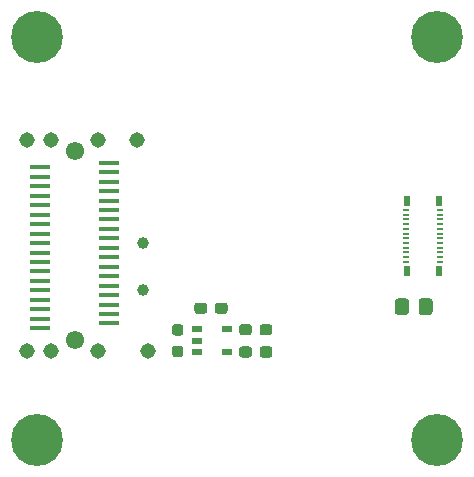
<source format=gbr>
%TF.GenerationSoftware,KiCad,Pcbnew,5.1.10-88a1d61d58~88~ubuntu18.04.1*%
%TF.CreationDate,2022-05-06T23:41:45+07:00*%
%TF.ProjectId,MX8Mx_EVK_MIPI_CSI-TSC_HM5065-ADAPTER,4d58384d-785f-4455-964b-5f4d4950495f,rev?*%
%TF.SameCoordinates,Original*%
%TF.FileFunction,Soldermask,Top*%
%TF.FilePolarity,Negative*%
%FSLAX46Y46*%
G04 Gerber Fmt 4.6, Leading zero omitted, Abs format (unit mm)*
G04 Created by KiCad (PCBNEW 5.1.10-88a1d61d58~88~ubuntu18.04.1) date 2022-05-06 23:41:45*
%MOMM*%
%LPD*%
G01*
G04 APERTURE LIST*
%ADD10R,0.550000X0.920000*%
%ADD11R,0.470000X0.230000*%
%ADD12R,0.952500X0.508000*%
%ADD13C,1.550000*%
%ADD14R,1.800000X0.350000*%
%ADD15C,1.308000*%
%ADD16C,1.000000*%
%ADD17C,4.400000*%
G04 APERTURE END LIST*
D10*
%TO.C,J2*%
X137004200Y-93036600D03*
X139754200Y-93036600D03*
X139754200Y-98936600D03*
X137004200Y-98936600D03*
D11*
X136974200Y-93786600D03*
X139784200Y-93786600D03*
X136974200Y-94186600D03*
X139784200Y-94186600D03*
X136974200Y-94586600D03*
X139784200Y-94586600D03*
X136974200Y-94986600D03*
X139784200Y-94986600D03*
X136974200Y-95386600D03*
X139784200Y-95386600D03*
X136974200Y-95786600D03*
X139784200Y-95786600D03*
X136974200Y-96186600D03*
X139784200Y-96186600D03*
X136974200Y-96586600D03*
X139784200Y-96586600D03*
X136974200Y-96986600D03*
X139784200Y-96986600D03*
X136974200Y-97386600D03*
X139784200Y-97386600D03*
X136974200Y-97786600D03*
X139784200Y-97786600D03*
X136974200Y-98186600D03*
X139784200Y-98186600D03*
%TD*%
D12*
%TO.C,U1*%
X121748550Y-103901199D03*
X121748550Y-105801201D03*
X119195850Y-105801201D03*
X119195850Y-104851200D03*
X119195850Y-103901199D03*
%TD*%
%TO.C,R2*%
G36*
G01*
X137991800Y-102431001D02*
X137991800Y-101530999D01*
G75*
G02*
X138241799Y-101281000I249999J0D01*
G01*
X138941801Y-101281000D01*
G75*
G02*
X139191800Y-101530999I0J-249999D01*
G01*
X139191800Y-102431001D01*
G75*
G02*
X138941801Y-102681000I-249999J0D01*
G01*
X138241799Y-102681000D01*
G75*
G02*
X137991800Y-102431001I0J249999D01*
G01*
G37*
G36*
G01*
X135991800Y-102431001D02*
X135991800Y-101530999D01*
G75*
G02*
X136241799Y-101281000I249999J0D01*
G01*
X136941801Y-101281000D01*
G75*
G02*
X137191800Y-101530999I0J-249999D01*
G01*
X137191800Y-102431001D01*
G75*
G02*
X136941801Y-102681000I-249999J0D01*
G01*
X136241799Y-102681000D01*
G75*
G02*
X135991800Y-102431001I0J249999D01*
G01*
G37*
%TD*%
%TO.C,R1*%
G36*
G01*
X117364500Y-105278100D02*
X117839500Y-105278100D01*
G75*
G02*
X118077000Y-105515600I0J-237500D01*
G01*
X118077000Y-106015600D01*
G75*
G02*
X117839500Y-106253100I-237500J0D01*
G01*
X117364500Y-106253100D01*
G75*
G02*
X117127000Y-106015600I0J237500D01*
G01*
X117127000Y-105515600D01*
G75*
G02*
X117364500Y-105278100I237500J0D01*
G01*
G37*
G36*
G01*
X117364500Y-103453100D02*
X117839500Y-103453100D01*
G75*
G02*
X118077000Y-103690600I0J-237500D01*
G01*
X118077000Y-104190600D01*
G75*
G02*
X117839500Y-104428100I-237500J0D01*
G01*
X117364500Y-104428100D01*
G75*
G02*
X117127000Y-104190600I0J237500D01*
G01*
X117127000Y-103690600D01*
G75*
G02*
X117364500Y-103453100I237500J0D01*
G01*
G37*
%TD*%
%TO.C,C3*%
G36*
G01*
X124531000Y-104174300D02*
X124531000Y-103699300D01*
G75*
G02*
X124768500Y-103461800I237500J0D01*
G01*
X125368500Y-103461800D01*
G75*
G02*
X125606000Y-103699300I0J-237500D01*
G01*
X125606000Y-104174300D01*
G75*
G02*
X125368500Y-104411800I-237500J0D01*
G01*
X124768500Y-104411800D01*
G75*
G02*
X124531000Y-104174300I0J237500D01*
G01*
G37*
G36*
G01*
X122806000Y-104174300D02*
X122806000Y-103699300D01*
G75*
G02*
X123043500Y-103461800I237500J0D01*
G01*
X123643500Y-103461800D01*
G75*
G02*
X123881000Y-103699300I0J-237500D01*
G01*
X123881000Y-104174300D01*
G75*
G02*
X123643500Y-104411800I-237500J0D01*
G01*
X123043500Y-104411800D01*
G75*
G02*
X122806000Y-104174300I0J237500D01*
G01*
G37*
%TD*%
%TO.C,C2*%
G36*
G01*
X124531000Y-106053900D02*
X124531000Y-105578900D01*
G75*
G02*
X124768500Y-105341400I237500J0D01*
G01*
X125368500Y-105341400D01*
G75*
G02*
X125606000Y-105578900I0J-237500D01*
G01*
X125606000Y-106053900D01*
G75*
G02*
X125368500Y-106291400I-237500J0D01*
G01*
X124768500Y-106291400D01*
G75*
G02*
X124531000Y-106053900I0J237500D01*
G01*
G37*
G36*
G01*
X122806000Y-106053900D02*
X122806000Y-105578900D01*
G75*
G02*
X123043500Y-105341400I237500J0D01*
G01*
X123643500Y-105341400D01*
G75*
G02*
X123881000Y-105578900I0J-237500D01*
G01*
X123881000Y-106053900D01*
G75*
G02*
X123643500Y-106291400I-237500J0D01*
G01*
X123043500Y-106291400D01*
G75*
G02*
X122806000Y-106053900I0J237500D01*
G01*
G37*
%TD*%
%TO.C,C1*%
G36*
G01*
X120747500Y-102345500D02*
X120747500Y-101870500D01*
G75*
G02*
X120985000Y-101633000I237500J0D01*
G01*
X121585000Y-101633000D01*
G75*
G02*
X121822500Y-101870500I0J-237500D01*
G01*
X121822500Y-102345500D01*
G75*
G02*
X121585000Y-102583000I-237500J0D01*
G01*
X120985000Y-102583000D01*
G75*
G02*
X120747500Y-102345500I0J237500D01*
G01*
G37*
G36*
G01*
X119022500Y-102345500D02*
X119022500Y-101870500D01*
G75*
G02*
X119260000Y-101633000I237500J0D01*
G01*
X119860000Y-101633000D01*
G75*
G02*
X120097500Y-101870500I0J-237500D01*
G01*
X120097500Y-102345500D01*
G75*
G02*
X119860000Y-102583000I-237500J0D01*
G01*
X119260000Y-102583000D01*
G75*
G02*
X119022500Y-102345500I0J237500D01*
G01*
G37*
%TD*%
D13*
%TO.C,J1*%
X108879400Y-88793500D03*
X108879400Y-104793500D03*
D14*
X111789400Y-89793500D03*
X111789400Y-90593500D03*
X111789400Y-91393500D03*
X111789400Y-92193500D03*
X111789400Y-92993500D03*
X111789400Y-93793500D03*
X111789400Y-94593500D03*
X111789400Y-95393500D03*
X111789400Y-96193500D03*
X111789400Y-96993500D03*
X111789400Y-97793500D03*
X111789400Y-98593500D03*
X111789400Y-99393500D03*
X111789400Y-100193500D03*
X111789400Y-100993500D03*
X111789400Y-101793500D03*
X111789400Y-102593500D03*
X111789400Y-103393500D03*
X105969400Y-90193500D03*
X105969400Y-90993500D03*
X105969400Y-91793500D03*
X105969400Y-92593500D03*
X105969400Y-93393500D03*
X105969400Y-94193500D03*
X105969400Y-94993500D03*
X105969400Y-95793500D03*
X105969400Y-96593500D03*
X105969400Y-97393500D03*
X105969400Y-98193500D03*
X105969400Y-98993500D03*
X105969400Y-99793500D03*
X105969400Y-100593500D03*
X105969400Y-101393500D03*
X105969400Y-102193500D03*
X105969400Y-102993500D03*
X105969400Y-103793500D03*
D15*
X114119400Y-87893500D03*
X110879400Y-87893500D03*
X106879400Y-87893500D03*
X104849400Y-87893500D03*
X115119400Y-105693500D03*
X110879400Y-105693500D03*
X106879400Y-105693500D03*
X104849400Y-105693500D03*
%TD*%
D16*
%TO.C,TP2*%
X114655600Y-96621600D03*
%TD*%
D17*
%TO.C,H4*%
X139552680Y-79159100D03*
%TD*%
%TO.C,H3*%
X139552680Y-113235740D03*
%TD*%
%TO.C,H2*%
X105714800Y-113235740D03*
%TD*%
%TO.C,H1*%
X105714800Y-79159100D03*
%TD*%
D16*
%TO.C,TP1*%
X114681000Y-100558600D03*
%TD*%
M02*

</source>
